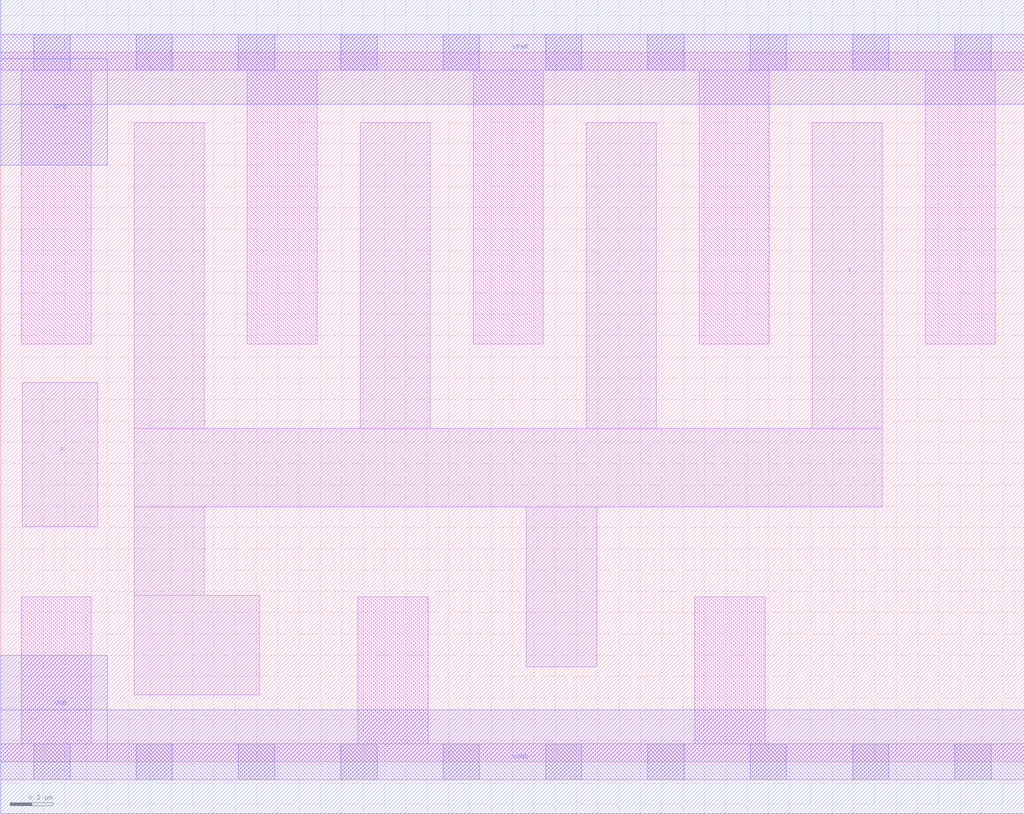
<source format=lef>
# Copyright 2020 The SkyWater PDK Authors
#
# Licensed under the Apache License, Version 2.0 (the "License");
# you may not use this file except in compliance with the License.
# You may obtain a copy of the License at
#
#     https://www.apache.org/licenses/LICENSE-2.0
#
# Unless required by applicable law or agreed to in writing, software
# distributed under the License is distributed on an "AS IS" BASIS,
# WITHOUT WARRANTIES OR CONDITIONS OF ANY KIND, either express or implied.
# See the License for the specific language governing permissions and
# limitations under the License.
#
# SPDX-License-Identifier: Apache-2.0

VERSION 5.5 ;
NAMESCASESENSITIVE ON ;
BUSBITCHARS "[]" ;
DIVIDERCHAR "/" ;
MACRO sky130_fd_sc_lp__clkinvlp_8
  CLASS CORE ;
  SOURCE USER ;
  ORIGIN  0.000000  0.000000 ;
  SIZE  4.800000 BY  3.330000 ;
  SYMMETRY X Y R90 ;
  SITE unit ;
  PIN A
    ANTENNAGATEAREA  2.660000 ;
    DIRECTION INPUT ;
    USE SIGNAL ;
    PORT
      LAYER li1 ;
        RECT 0.100000 1.105000 0.455000 1.780000 ;
    END
  END A
  PIN Y
    ANTENNADIFFAREA  1.428000 ;
    DIRECTION OUTPUT ;
    USE SIGNAL ;
    PORT
      LAYER li1 ;
        RECT 0.625000 0.315000 1.215000 0.780000 ;
        RECT 0.625000 0.780000 0.955000 1.195000 ;
        RECT 0.625000 1.195000 4.135000 1.565000 ;
        RECT 0.625000 1.565000 0.955000 3.000000 ;
        RECT 1.685000 1.565000 2.015000 3.000000 ;
        RECT 2.465000 0.445000 2.795000 1.195000 ;
        RECT 2.745000 1.565000 3.075000 3.000000 ;
        RECT 3.805000 1.565000 4.135000 3.000000 ;
    END
  END Y
  PIN VGND
    DIRECTION INOUT ;
    USE GROUND ;
    PORT
      LAYER met1 ;
        RECT 0.000000 -0.245000 4.800000 0.245000 ;
    END
  END VGND
  PIN VNB
    DIRECTION INOUT ;
    USE GROUND ;
    PORT
      LAYER met1 ;
        RECT 0.000000 0.000000 0.500000 0.500000 ;
    END
  END VNB
  PIN VPB
    DIRECTION INOUT ;
    USE POWER ;
    PORT
      LAYER met1 ;
        RECT 0.000000 2.800000 0.500000 3.300000 ;
    END
  END VPB
  PIN VPWR
    DIRECTION INOUT ;
    USE POWER ;
    PORT
      LAYER met1 ;
        RECT 0.000000 3.085000 4.800000 3.575000 ;
    END
  END VPWR
  OBS
    LAYER li1 ;
      RECT 0.000000 -0.085000 4.800000 0.085000 ;
      RECT 0.000000  3.245000 4.800000 3.415000 ;
      RECT 0.095000  0.085000 0.425000 0.775000 ;
      RECT 0.095000  1.960000 0.425000 3.245000 ;
      RECT 1.155000  1.960000 1.485000 3.245000 ;
      RECT 1.675000  0.085000 2.005000 0.775000 ;
      RECT 2.215000  1.960000 2.545000 3.245000 ;
      RECT 3.255000  0.085000 3.585000 0.775000 ;
      RECT 3.275000  1.960000 3.605000 3.245000 ;
      RECT 4.335000  1.960000 4.665000 3.245000 ;
    LAYER mcon ;
      RECT 0.155000 -0.085000 0.325000 0.085000 ;
      RECT 0.155000  3.245000 0.325000 3.415000 ;
      RECT 0.635000 -0.085000 0.805000 0.085000 ;
      RECT 0.635000  3.245000 0.805000 3.415000 ;
      RECT 1.115000 -0.085000 1.285000 0.085000 ;
      RECT 1.115000  3.245000 1.285000 3.415000 ;
      RECT 1.595000 -0.085000 1.765000 0.085000 ;
      RECT 1.595000  3.245000 1.765000 3.415000 ;
      RECT 2.075000 -0.085000 2.245000 0.085000 ;
      RECT 2.075000  3.245000 2.245000 3.415000 ;
      RECT 2.555000 -0.085000 2.725000 0.085000 ;
      RECT 2.555000  3.245000 2.725000 3.415000 ;
      RECT 3.035000 -0.085000 3.205000 0.085000 ;
      RECT 3.035000  3.245000 3.205000 3.415000 ;
      RECT 3.515000 -0.085000 3.685000 0.085000 ;
      RECT 3.515000  3.245000 3.685000 3.415000 ;
      RECT 3.995000 -0.085000 4.165000 0.085000 ;
      RECT 3.995000  3.245000 4.165000 3.415000 ;
      RECT 4.475000 -0.085000 4.645000 0.085000 ;
      RECT 4.475000  3.245000 4.645000 3.415000 ;
  END
END sky130_fd_sc_lp__clkinvlp_8

</source>
